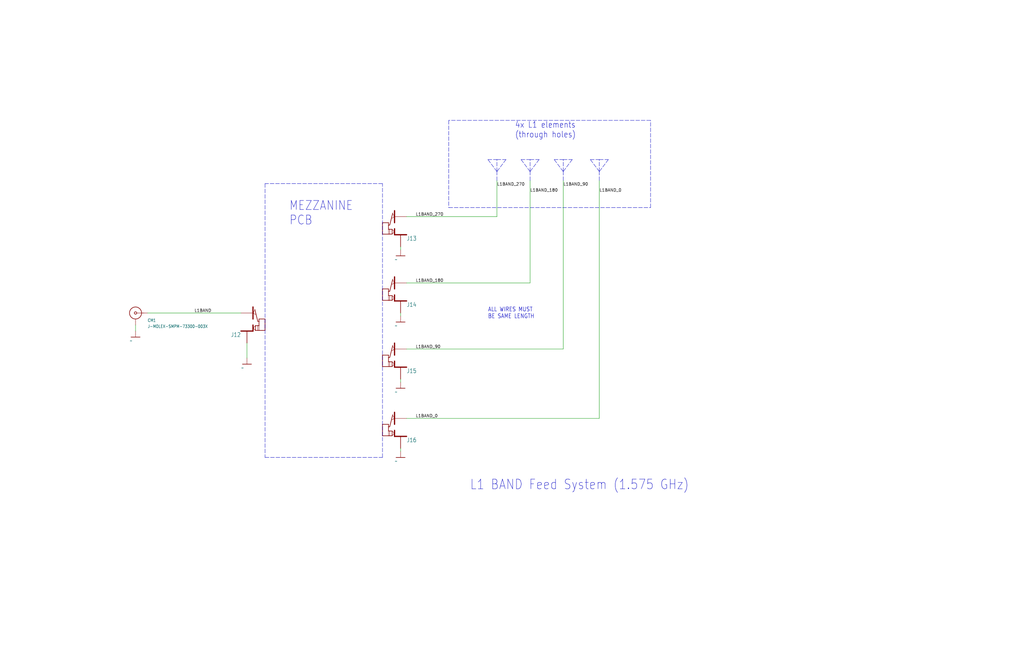
<source format=kicad_sch>
(kicad_sch (version 20211123) (generator eeschema)
  (paper "USLedger")
  (title_block (title "+Z End Card w/ Turnstile") (rev "1.0"))
  (lib_symbols
    (symbol "OreSat-j-molex-smpm-73300-003x:J-MOLEX-SMPM-73300-003X"
      (property "Reference" "CM1" (at -3.81 -5.08 0))
      (property "Value" "J-MOLEX-SMPM-73300-003X" (at -19.05 3.81 0))
      (symbol "J-MOLEX-SMPM-73300-003X_1_0"
        (polyline (pts (xy 0.508 0) (xy 3.556 0)) (stroke (width 0.1524)))
        (circle (center 0 0) (radius 0.508) (stroke (width 0.254)))
        (circle (center 0 0) (radius 2.54) (stroke (width 0.254)))
        (pin passive line (at 0 -5.08 90) (length 2.54) (name "SHIELD3") (number "GND"))
        (pin passive line (at 5.08 0 180) (length 2.54) (name "CENTER") (number "RF"))
      )
    )
    (symbol "plusz-end-card-with-turnstile-eagle-import:GND" (power)
      (property "Value" "GND" (at -2.54 -2.54 0))
      (symbol "GND_1_0"
        (polyline (pts (xy -1.905 0) (xy 1.905 0)) (stroke (width 0.254)))
        (pin power_in line (at 0 2.54 270) (length 2.54) (name "GND") (number "1"))
      )
    )
    (symbol "plusz-end-card-with-turnstile-eagle-import:R107064070_CONTACT"
      (property "Value" "R107064070_CONTACT" (at 5.08 -10.16 0))
      (symbol "R107064070_CONTACT_1_0"
        (arc (start -1.27 2.032) (mid -0.254 2.54) (end -0.762 3.556) (stroke (width 0.1524)))
        (arc (start -1.016 -4.572) (mid -0.254 -3.81) (end -1.016 -3.048) (stroke (width 0.1524)))
        (polyline (pts (xy -5.08 -4.826) (xy -2.54 -4.826)) (stroke (width 0.254)))
        (polyline (pts (xy -5.08 0) (xy -5.08 -4.826)) (stroke (width 0.254)))
        (polyline (pts (xy -2.54 -4.826) (xy -2.032 -4.826)) (stroke (width 0.254)))
        (polyline (pts (xy -2.54 -2.794) (xy -2.54 -4.826)) (stroke (width 0.1524)))
        (polyline (pts (xy -2.54 -2.794) (xy -2.54 -1.016)) (stroke (width 0.254)))
        (polyline (pts (xy -2.54 -1.016) (xy -2.54 0)) (stroke (width 0.254)))
        (polyline (pts (xy -2.54 0) (xy -5.08 0)) (stroke (width 0.254)))
        (polyline (pts (xy -2.032 -4.826) (xy -2.032 -2.794)) (stroke (width 0.1524)))
        (polyline (pts (xy -2.032 -4.826) (xy -1.016 -4.826)) (stroke (width 0.254)))
        (polyline (pts (xy -2.032 -2.794) (xy -2.54 -2.794)) (stroke (width 0.254)))
        (polyline (pts (xy -2.032 -1.016) (xy -2.54 -1.016)) (stroke (width 0.254)))
        (polyline (pts (xy -1.016 -4.826) (xy -1.016 -4.572)) (stroke (width 0.254)))
        (polyline (pts (xy -1.016 -4.572) (xy -1.016 -3.048)) (stroke (width 0.254)))
        (polyline (pts (xy -1.016 -3.048) (xy -1.016 -2.794)) (stroke (width 0.254)))
        (polyline (pts (xy -1.016 -2.794) (xy -2.032 -2.794)) (stroke (width 0.254)))
        (polyline (pts (xy -0.762 4.064) (xy -2.032 -1.016)) (stroke (width 0.254)))
        (polyline (pts (xy 0 -5.08) (xy 5.08 -5.08)) (stroke (width 0.508)))
        (polyline (pts (xy 0 -2.54) (xy 0 -5.08)) (stroke (width 0.508)))
        (polyline (pts (xy 0 5.08) (xy 0 0)) (stroke (width 0.508)))
        (pin bidirectional line (at 5.08 2.54 180) (length 5.08) (name "P$1") (number "P$1"))
        (pin bidirectional line (at 2.54 -10.16 90) (length 5.08) (name "P$2") (number "P$2"))
        (pin bidirectional line (at 2.54 -10.16 90) (length 5.08) (name "P$2") (number "P$3"))
      )
    )
  )
  (polyline (pts (xy 209.55 72.39) (xy 209.55 67.31)))
  (wire (pts (xy 237.49 147.32) (xy 237.49 76.2)))
  (polyline (pts (xy 209.55 76.2) (xy 209.55 72.39)))
  (wire (pts (xy 171.45 147.32) (xy 237.49 147.32)))
  (wire (pts (xy 171.45 119.38) (xy 223.52 119.38)))
  (polyline (pts (xy 223.52 72.39) (xy 219.71 67.31)))
  (polyline (pts (xy 161.29 193.04) (xy 161.29 77.47)))
  (polyline (pts (xy 274.32 50.8) (xy 189.23 50.8)))
  (wire (pts (xy 171.45 176.53) (xy 252.73 176.53)))
  (polyline (pts (xy 161.29 77.47) (xy 111.76 77.47)))
  (polyline (pts (xy 274.32 87.63) (xy 274.32 50.8)))
  (polyline (pts (xy 205.74 67.31) (xy 209.55 67.31)))
  (polyline (pts (xy 209.55 72.39) (xy 205.74 67.31)))
  (polyline (pts (xy 189.23 50.8) (xy 189.23 87.63)))
  (wire (pts (xy 168.91 190.5) (xy 168.91 189.23)))
  (wire (pts (xy 104.14 151.13) (xy 104.14 144.78)))
  (wire (pts (xy 209.55 91.44) (xy 209.55 76.2)))
  (polyline (pts (xy 241.3 67.31) (xy 237.49 72.39)))
  (polyline (pts (xy 189.23 87.63) (xy 274.32 87.63)))
  (polyline (pts (xy 237.49 76.2) (xy 237.49 72.39)))
  (polyline (pts (xy 223.52 76.2) (xy 223.52 72.39)))
  (wire (pts (xy 252.73 176.53) (xy 252.73 76.2)))
  (wire (pts (xy 168.91 161.29) (xy 168.91 160.02)))
  (wire (pts (xy 168.91 133.35) (xy 168.91 132.08)))
  (wire (pts (xy 62.23 132.08) (xy 101.6 132.08)))
  (polyline (pts (xy 248.92 67.31) (xy 252.73 67.31)))
  (polyline (pts (xy 256.54 67.31) (xy 252.73 72.39)))
  (polyline (pts (xy 111.76 193.04) (xy 161.29 193.04)))
  (polyline (pts (xy 252.73 67.31) (xy 256.54 67.31)))
  (polyline (pts (xy 219.71 67.31) (xy 223.52 67.31)))
  (polyline (pts (xy 252.73 72.39) (xy 248.92 67.31)))
  (polyline (pts (xy 237.49 72.39) (xy 237.49 67.31)))
  (polyline (pts (xy 223.52 67.31) (xy 227.33 67.31)))
  (wire (pts (xy 168.91 105.41) (xy 168.91 104.14)))
  (polyline (pts (xy 223.52 72.39) (xy 223.52 67.31)))
  (polyline (pts (xy 111.76 77.47) (xy 111.76 193.04)))
  (polyline (pts (xy 209.55 67.31) (xy 213.36 67.31)))
  (polyline (pts (xy 233.68 67.31) (xy 237.49 67.31)))
  (polyline (pts (xy 237.49 67.31) (xy 241.3 67.31)))
  (polyline (pts (xy 227.33 67.31) (xy 223.52 72.39)))
  (polyline (pts (xy 252.73 72.39) (xy 252.73 67.31)))
  (polyline (pts (xy 252.73 76.2) (xy 252.73 72.39)))
  (polyline (pts (xy 237.49 72.39) (xy 233.68 67.31)))
  (wire (pts (xy 171.45 91.44) (xy 209.55 91.44)))
  (polyline (pts (xy 213.36 67.31) (xy 209.55 72.39)))
  (wire (pts (xy 57.15 139.7) (xy 57.15 137.16)))
  (wire (pts (xy 223.52 119.38) (xy 223.52 76.2)))
  (text "ALL WIRES MUST\nBE SAME LENGTH" (at 205.74 134.62 180) (effects (font (size 1.778 1.5113)) (justify left bottom)))
  (text "MEZZANINE\nPCB" (at 121.92 95.25 180) (effects (font (size 3.81 3.2385)) (justify left bottom)))
  (text "4x L1 elements\n(through holes)" (at 217.17 58.42 180) (effects (font (size 2.54 2.159)) (justify left bottom)))
  (text "L1 BAND Feed System (1.575 GHz)" (at 198.12 207.01 180) (effects (font (size 4.064 3.4544)) (justify left bottom)))
  (label "L1BAND_0" (at 175.26 176.53 0) (effects (font (size 1.2446 1.2446))))
  (label "L1BAND_0" (at 252.73 81.28 0) (effects (font (size 1.2446 1.2446))))
  (label "L1BAND" (at 81.915 132.08 0) (effects (font (size 1.2446 1.2446))))
  (label "L1BAND_270" (at 209.55 78.74 0) (effects (font (size 1.2446 1.2446))))
  (label "L1BAND_180" (at 223.52 81.28 0) (effects (font (size 1.2446 1.2446))))
  (label "L1BAND_270" (at 175.26 91.44 0) (effects (font (size 1.2446 1.2446))))
  (label "L1BAND_90" (at 237.49 78.74 0) (effects (font (size 1.2446 1.2446))))
  (label "L1BAND_90" (at 175.26 147.32 0) (effects (font (size 1.2446 1.2446))))
  (label "L1BAND_180" (at 175.26 119.38 0) (effects (font (size 1.2446 1.2446))))
  (symbol (lib_id "plusz-end-card-with-turnstile-eagle-import:R107064070_CONTACT") (at 166.37 149.86 0) (unit 1)
    (property "Reference" "J15" (at 171.45 157.48 0) (effects (font (size 1.778 1.5113)) (justify left bottom)))
  )
  (symbol (lib_id "plusz-end-card-with-turnstile-eagle-import:R107064070_CONTACT") (at 166.37 179.07 0) (unit 1)
    (property "Reference" "J16" (at 171.45 186.69 0) (effects (font (size 1.778 1.5113)) (justify left bottom)))
  )
  (symbol (lib_id "plusz-end-card-with-turnstile-eagle-import:R107064070_CONTACT") (at 166.37 93.98 0) (unit 1)
    (property "Reference" "J13" (at 171.45 101.6 0) (effects (font (size 1.778 1.5113)) (justify left bottom)))
  )
  (symbol (lib_id "plusz-end-card-with-turnstile-eagle-import:GND") (at 168.91 193.04 0) (unit 1)
    (property "Reference" "#GND29" (effects hide))
  )
  (symbol (lib_id "plusz-end-card-with-turnstile-eagle-import:GND") (at 168.91 163.83 0) (unit 1)
    (property "Reference" "#GND28" (effects hide))
  )
  (symbol (lib_id "plusz-end-card-with-turnstile-eagle-import:GND") (at 168.91 107.95 0) (unit 1)
    (property "Reference" "#GND26" (effects hide))
  )
  (symbol (lib_id "OreSat-j-molex-smpm-73300-003x:J-MOLEX-SMPM-73300-003X") (at 57.15 132.08 0) (unit 1)
    (property "Reference" "CM1" (at 62.23 135.89 0) (effects (font (size 1.27 1.0795)) (justify left bottom)))
    (property "Value" "J-MOLEX-SMPM-73300-003X" (at 62.23 138.43 0) (effects (font (size 1.27 1.0795)) (justify left bottom)))
    (property "Footprint" "plusz-end-card-with-turnstile:J-MOLEX-SMPM-073300-003X" (effects hide))
  )
  (symbol (lib_id "plusz-end-card-with-turnstile-eagle-import:GND") (at 168.91 135.89 0) (unit 1)
    (property "Reference" "#GND27" (effects hide))
  )
  (symbol (lib_id "plusz-end-card-with-turnstile-eagle-import:GND") (at 57.15 142.24 0) (unit 1)
    (property "Reference" "#GND24" (effects hide))
  )
  (symbol (lib_id "plusz-end-card-with-turnstile-eagle-import:R107064070_CONTACT") (at 106.68 134.62 0) (mirror y) (unit 1)
    (property "Reference" "J12" (at 101.6 142.24 0) (effects (font (size 1.778 1.5113)) (justify left bottom)))
  )
  (symbol (lib_id "plusz-end-card-with-turnstile-eagle-import:R107064070_CONTACT") (at 166.37 121.92 0) (unit 1)
    (property "Reference" "J14" (at 171.45 129.54 0) (effects (font (size 1.778 1.5113)) (justify left bottom)))
  )
  (symbol (lib_id "plusz-end-card-with-turnstile-eagle-import:GND") (at 104.14 153.67 0) (unit 1)
    (property "Reference" "#GND25" (effects hide))
  )
)
</source>
